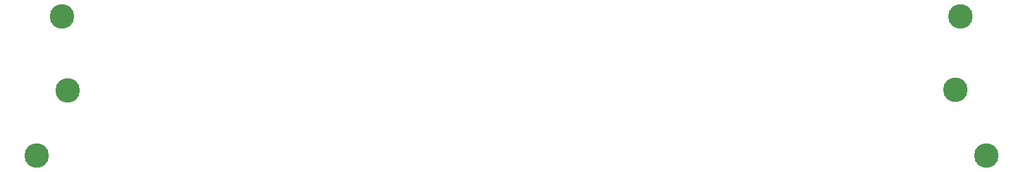
<source format=gbr>
G04 EAGLE Gerber RS-274X export*
G75*
%MOMM*%
%FSLAX34Y34*%
%LPD*%
%INSoldermask Bottom*%
%IPPOS*%
%AMOC8*
5,1,8,0,0,1.08239X$1,22.5*%
G01*
%ADD10C,3.276600*%


D10*
X-601980Y325120D03*
X-594995Y226060D03*
X-636270Y138430D03*
X635635Y138430D03*
X600710Y324485D03*
X594360Y226695D03*
M02*

</source>
